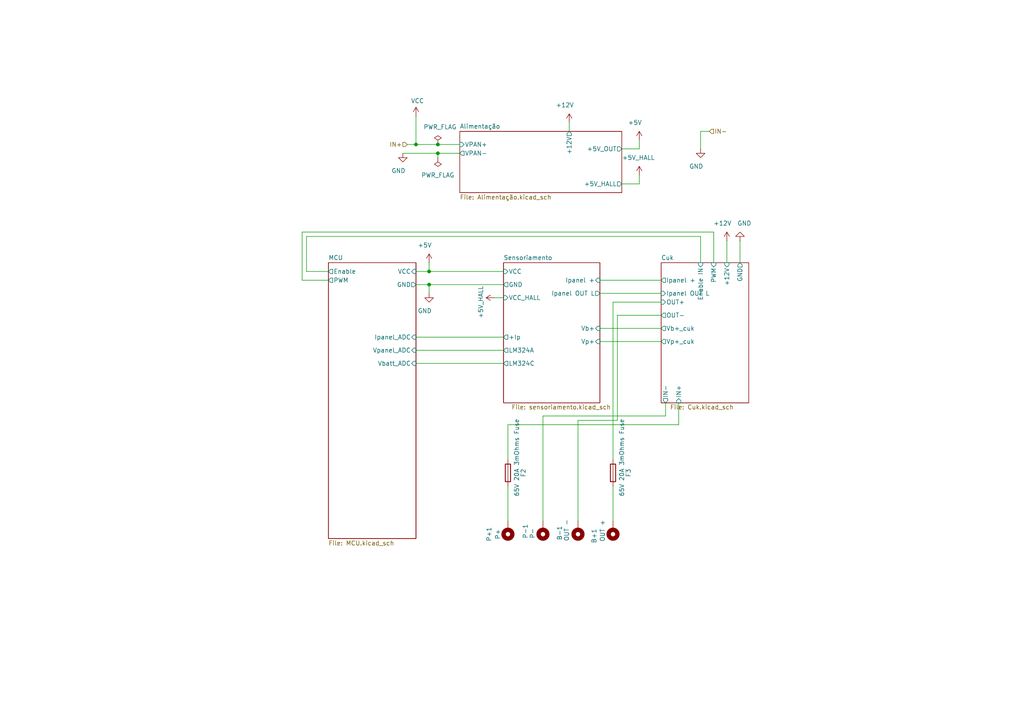
<source format=kicad_sch>
(kicad_sch
	(version 20231120)
	(generator "eeschema")
	(generator_version "8.0")
	(uuid "51908e9a-fb45-4064-91b4-ad008e3463b9")
	(paper "A4")
	(lib_symbols
		(symbol "Device:Fuse"
			(pin_numbers hide)
			(pin_names
				(offset 0)
			)
			(exclude_from_sim no)
			(in_bom yes)
			(on_board yes)
			(property "Reference" "F"
				(at 2.032 0 90)
				(effects
					(font
						(size 1.27 1.27)
					)
				)
			)
			(property "Value" "Fuse"
				(at -1.905 0 90)
				(effects
					(font
						(size 1.27 1.27)
					)
				)
			)
			(property "Footprint" ""
				(at -1.778 0 90)
				(effects
					(font
						(size 1.27 1.27)
					)
					(hide yes)
				)
			)
			(property "Datasheet" "~"
				(at 0 0 0)
				(effects
					(font
						(size 1.27 1.27)
					)
					(hide yes)
				)
			)
			(property "Description" "Fuse"
				(at 0 0 0)
				(effects
					(font
						(size 1.27 1.27)
					)
					(hide yes)
				)
			)
			(property "ki_keywords" "fuse"
				(at 0 0 0)
				(effects
					(font
						(size 1.27 1.27)
					)
					(hide yes)
				)
			)
			(property "ki_fp_filters" "*Fuse*"
				(at 0 0 0)
				(effects
					(font
						(size 1.27 1.27)
					)
					(hide yes)
				)
			)
			(symbol "Fuse_0_1"
				(rectangle
					(start -0.762 -2.54)
					(end 0.762 2.54)
					(stroke
						(width 0.254)
						(type default)
					)
					(fill
						(type none)
					)
				)
				(polyline
					(pts
						(xy 0 2.54) (xy 0 -2.54)
					)
					(stroke
						(width 0)
						(type default)
					)
					(fill
						(type none)
					)
				)
			)
			(symbol "Fuse_1_1"
				(pin passive line
					(at 0 3.81 270)
					(length 1.27)
					(name "~"
						(effects
							(font
								(size 1.27 1.27)
							)
						)
					)
					(number "1"
						(effects
							(font
								(size 1.27 1.27)
							)
						)
					)
				)
				(pin passive line
					(at 0 -3.81 90)
					(length 1.27)
					(name "~"
						(effects
							(font
								(size 1.27 1.27)
							)
						)
					)
					(number "2"
						(effects
							(font
								(size 1.27 1.27)
							)
						)
					)
				)
			)
		)
		(symbol "Mechanical:MountingHole_Pad"
			(pin_numbers hide)
			(pin_names
				(offset 1.016) hide)
			(exclude_from_sim no)
			(in_bom yes)
			(on_board yes)
			(property "Reference" "H"
				(at 0 6.35 0)
				(effects
					(font
						(size 1.27 1.27)
					)
				)
			)
			(property "Value" "MountingHole_Pad"
				(at 0 4.445 0)
				(effects
					(font
						(size 1.27 1.27)
					)
				)
			)
			(property "Footprint" ""
				(at 0 0 0)
				(effects
					(font
						(size 1.27 1.27)
					)
					(hide yes)
				)
			)
			(property "Datasheet" "~"
				(at 0 0 0)
				(effects
					(font
						(size 1.27 1.27)
					)
					(hide yes)
				)
			)
			(property "Description" "Mounting Hole with connection"
				(at 0 0 0)
				(effects
					(font
						(size 1.27 1.27)
					)
					(hide yes)
				)
			)
			(property "ki_keywords" "mounting hole"
				(at 0 0 0)
				(effects
					(font
						(size 1.27 1.27)
					)
					(hide yes)
				)
			)
			(property "ki_fp_filters" "MountingHole*Pad*"
				(at 0 0 0)
				(effects
					(font
						(size 1.27 1.27)
					)
					(hide yes)
				)
			)
			(symbol "MountingHole_Pad_0_1"
				(circle
					(center 0 1.27)
					(radius 1.27)
					(stroke
						(width 1.27)
						(type default)
					)
					(fill
						(type none)
					)
				)
			)
			(symbol "MountingHole_Pad_1_1"
				(pin input line
					(at 0 -2.54 90)
					(length 2.54)
					(name "1"
						(effects
							(font
								(size 1.27 1.27)
							)
						)
					)
					(number "1"
						(effects
							(font
								(size 1.27 1.27)
							)
						)
					)
				)
			)
		)
		(symbol "power:+5V"
			(power)
			(pin_numbers hide)
			(pin_names
				(offset 0) hide)
			(exclude_from_sim no)
			(in_bom yes)
			(on_board yes)
			(property "Reference" "#PWR"
				(at 0 -3.81 0)
				(effects
					(font
						(size 1.27 1.27)
					)
					(hide yes)
				)
			)
			(property "Value" "+5V"
				(at 0 3.556 0)
				(effects
					(font
						(size 1.27 1.27)
					)
				)
			)
			(property "Footprint" ""
				(at 0 0 0)
				(effects
					(font
						(size 1.27 1.27)
					)
					(hide yes)
				)
			)
			(property "Datasheet" ""
				(at 0 0 0)
				(effects
					(font
						(size 1.27 1.27)
					)
					(hide yes)
				)
			)
			(property "Description" "Power symbol creates a global label with name \"+5V\""
				(at 0 0 0)
				(effects
					(font
						(size 1.27 1.27)
					)
					(hide yes)
				)
			)
			(property "ki_keywords" "global power"
				(at 0 0 0)
				(effects
					(font
						(size 1.27 1.27)
					)
					(hide yes)
				)
			)
			(symbol "+5V_0_1"
				(polyline
					(pts
						(xy -0.762 1.27) (xy 0 2.54)
					)
					(stroke
						(width 0)
						(type default)
					)
					(fill
						(type none)
					)
				)
				(polyline
					(pts
						(xy 0 0) (xy 0 2.54)
					)
					(stroke
						(width 0)
						(type default)
					)
					(fill
						(type none)
					)
				)
				(polyline
					(pts
						(xy 0 2.54) (xy 0.762 1.27)
					)
					(stroke
						(width 0)
						(type default)
					)
					(fill
						(type none)
					)
				)
			)
			(symbol "+5V_1_1"
				(pin power_in line
					(at 0 0 90)
					(length 0)
					(name "~"
						(effects
							(font
								(size 1.27 1.27)
							)
						)
					)
					(number "1"
						(effects
							(font
								(size 1.27 1.27)
							)
						)
					)
				)
			)
		)
		(symbol "power:GND"
			(power)
			(pin_numbers hide)
			(pin_names
				(offset 0) hide)
			(exclude_from_sim no)
			(in_bom yes)
			(on_board yes)
			(property "Reference" "#PWR"
				(at 0 -6.35 0)
				(effects
					(font
						(size 1.27 1.27)
					)
					(hide yes)
				)
			)
			(property "Value" "GND"
				(at 0 -3.81 0)
				(effects
					(font
						(size 1.27 1.27)
					)
				)
			)
			(property "Footprint" ""
				(at 0 0 0)
				(effects
					(font
						(size 1.27 1.27)
					)
					(hide yes)
				)
			)
			(property "Datasheet" ""
				(at 0 0 0)
				(effects
					(font
						(size 1.27 1.27)
					)
					(hide yes)
				)
			)
			(property "Description" "Power symbol creates a global label with name \"GND\" , ground"
				(at 0 0 0)
				(effects
					(font
						(size 1.27 1.27)
					)
					(hide yes)
				)
			)
			(property "ki_keywords" "global power"
				(at 0 0 0)
				(effects
					(font
						(size 1.27 1.27)
					)
					(hide yes)
				)
			)
			(symbol "GND_0_1"
				(polyline
					(pts
						(xy 0 0) (xy 0 -1.27) (xy 1.27 -1.27) (xy 0 -2.54) (xy -1.27 -1.27) (xy 0 -1.27)
					)
					(stroke
						(width 0)
						(type default)
					)
					(fill
						(type none)
					)
				)
			)
			(symbol "GND_1_1"
				(pin power_in line
					(at 0 0 270)
					(length 0)
					(name "~"
						(effects
							(font
								(size 1.27 1.27)
							)
						)
					)
					(number "1"
						(effects
							(font
								(size 1.27 1.27)
							)
						)
					)
				)
			)
		)
		(symbol "power:PWR_FLAG"
			(power)
			(pin_numbers hide)
			(pin_names
				(offset 0) hide)
			(exclude_from_sim no)
			(in_bom yes)
			(on_board yes)
			(property "Reference" "#FLG"
				(at 0 1.905 0)
				(effects
					(font
						(size 1.27 1.27)
					)
					(hide yes)
				)
			)
			(property "Value" "PWR_FLAG"
				(at 0 3.81 0)
				(effects
					(font
						(size 1.27 1.27)
					)
				)
			)
			(property "Footprint" ""
				(at 0 0 0)
				(effects
					(font
						(size 1.27 1.27)
					)
					(hide yes)
				)
			)
			(property "Datasheet" "~"
				(at 0 0 0)
				(effects
					(font
						(size 1.27 1.27)
					)
					(hide yes)
				)
			)
			(property "Description" "Special symbol for telling ERC where power comes from"
				(at 0 0 0)
				(effects
					(font
						(size 1.27 1.27)
					)
					(hide yes)
				)
			)
			(property "ki_keywords" "flag power"
				(at 0 0 0)
				(effects
					(font
						(size 1.27 1.27)
					)
					(hide yes)
				)
			)
			(symbol "PWR_FLAG_0_0"
				(pin power_out line
					(at 0 0 90)
					(length 0)
					(name "~"
						(effects
							(font
								(size 1.27 1.27)
							)
						)
					)
					(number "1"
						(effects
							(font
								(size 1.27 1.27)
							)
						)
					)
				)
			)
			(symbol "PWR_FLAG_0_1"
				(polyline
					(pts
						(xy 0 0) (xy 0 1.27) (xy -1.016 1.905) (xy 0 2.54) (xy 1.016 1.905) (xy 0 1.27)
					)
					(stroke
						(width 0)
						(type default)
					)
					(fill
						(type none)
					)
				)
			)
		)
		(symbol "power:VCC"
			(power)
			(pin_numbers hide)
			(pin_names
				(offset 0) hide)
			(exclude_from_sim no)
			(in_bom yes)
			(on_board yes)
			(property "Reference" "#PWR"
				(at 0 -3.81 0)
				(effects
					(font
						(size 1.27 1.27)
					)
					(hide yes)
				)
			)
			(property "Value" "VCC"
				(at 0 3.556 0)
				(effects
					(font
						(size 1.27 1.27)
					)
				)
			)
			(property "Footprint" ""
				(at 0 0 0)
				(effects
					(font
						(size 1.27 1.27)
					)
					(hide yes)
				)
			)
			(property "Datasheet" ""
				(at 0 0 0)
				(effects
					(font
						(size 1.27 1.27)
					)
					(hide yes)
				)
			)
			(property "Description" "Power symbol creates a global label with name \"VCC\""
				(at 0 0 0)
				(effects
					(font
						(size 1.27 1.27)
					)
					(hide yes)
				)
			)
			(property "ki_keywords" "global power"
				(at 0 0 0)
				(effects
					(font
						(size 1.27 1.27)
					)
					(hide yes)
				)
			)
			(symbol "VCC_0_1"
				(polyline
					(pts
						(xy -0.762 1.27) (xy 0 2.54)
					)
					(stroke
						(width 0)
						(type default)
					)
					(fill
						(type none)
					)
				)
				(polyline
					(pts
						(xy 0 0) (xy 0 2.54)
					)
					(stroke
						(width 0)
						(type default)
					)
					(fill
						(type none)
					)
				)
				(polyline
					(pts
						(xy 0 2.54) (xy 0.762 1.27)
					)
					(stroke
						(width 0)
						(type default)
					)
					(fill
						(type none)
					)
				)
			)
			(symbol "VCC_1_1"
				(pin power_in line
					(at 0 0 90)
					(length 0)
					(name "~"
						(effects
							(font
								(size 1.27 1.27)
							)
						)
					)
					(number "1"
						(effects
							(font
								(size 1.27 1.27)
							)
						)
					)
				)
			)
		)
	)
	(junction
		(at 124.46 78.74)
		(diameter 0)
		(color 0 0 0 0)
		(uuid "12cacca0-fb6a-475d-acce-82810cd9d92d")
	)
	(junction
		(at 120.65 41.91)
		(diameter 0)
		(color 0 0 0 0)
		(uuid "3d72ea05-59f0-4ed1-954e-aca5054ebb94")
	)
	(junction
		(at 124.46 82.55)
		(diameter 0)
		(color 0 0 0 0)
		(uuid "4527c733-cbf4-46a1-a1ba-817e49f91862")
	)
	(junction
		(at 127 44.45)
		(diameter 0)
		(color 0 0 0 0)
		(uuid "b9542a6e-54d1-4809-8514-7a3ad5903dbd")
	)
	(junction
		(at 127 41.91)
		(diameter 0)
		(color 0 0 0 0)
		(uuid "df29660a-5ff7-4856-8757-0a6c858f3cc7")
	)
	(wire
		(pts
			(xy 157.48 120.65) (xy 193.04 120.65)
		)
		(stroke
			(width 0)
			(type default)
		)
		(uuid "058a67bb-440e-4a4f-8663-5a5ad0530286")
	)
	(wire
		(pts
			(xy 185.42 43.18) (xy 185.42 40.64)
		)
		(stroke
			(width 0)
			(type default)
		)
		(uuid "08bb91a7-8b9c-4f87-b7e0-2734e89bf758")
	)
	(wire
		(pts
			(xy 127 45.72) (xy 127 44.45)
		)
		(stroke
			(width 0)
			(type default)
		)
		(uuid "0b961f13-da27-4333-93fe-e31f11aa65dd")
	)
	(wire
		(pts
			(xy 167.64 121.92) (xy 167.64 151.13)
		)
		(stroke
			(width 0)
			(type default)
		)
		(uuid "15d2fe43-0c84-4400-8728-3924780b5199")
	)
	(wire
		(pts
			(xy 177.8 133.35) (xy 177.8 87.63)
		)
		(stroke
			(width 0)
			(type default)
		)
		(uuid "17a8efaa-1c4a-4849-92d3-70d7240229d9")
	)
	(wire
		(pts
			(xy 127 41.91) (xy 133.35 41.91)
		)
		(stroke
			(width 0)
			(type default)
		)
		(uuid "237f4c40-be98-486f-a7e1-381e9bc04f9f")
	)
	(wire
		(pts
			(xy 120.65 33.655) (xy 120.65 41.91)
		)
		(stroke
			(width 0)
			(type default)
		)
		(uuid "3250793b-2715-4518-9923-2651b3bfeb63")
	)
	(wire
		(pts
			(xy 127 41.91) (xy 120.65 41.91)
		)
		(stroke
			(width 0)
			(type default)
		)
		(uuid "35e1037d-fb20-4de1-a279-953c106bb7e7")
	)
	(wire
		(pts
			(xy 127 44.45) (xy 133.35 44.45)
		)
		(stroke
			(width 0)
			(type default)
		)
		(uuid "3bce9f3e-0d5b-4119-bad7-59956db1e404")
	)
	(wire
		(pts
			(xy 165.1 35.56) (xy 165.1 38.1)
		)
		(stroke
			(width 0)
			(type default)
		)
		(uuid "46f010b2-c8e0-4177-b8ce-c3a2db40c1d0")
	)
	(wire
		(pts
			(xy 157.48 151.13) (xy 157.48 120.65)
		)
		(stroke
			(width 0)
			(type default)
		)
		(uuid "4b884d2c-48ca-4bb6-bdf5-768ab3bee4a5")
	)
	(wire
		(pts
			(xy 196.85 123.19) (xy 196.85 116.84)
		)
		(stroke
			(width 0)
			(type default)
		)
		(uuid "582294d9-6fbc-4941-947e-d1562b2ef7ca")
	)
	(wire
		(pts
			(xy 173.99 99.06) (xy 191.77 99.06)
		)
		(stroke
			(width 0)
			(type default)
		)
		(uuid "58ff963c-4658-4c66-8169-1c4e930663a4")
	)
	(wire
		(pts
			(xy 120.65 97.79) (xy 146.05 97.79)
		)
		(stroke
			(width 0)
			(type default)
		)
		(uuid "605dfefa-2454-48af-b9ca-f953c5352f40")
	)
	(wire
		(pts
			(xy 87.63 81.28) (xy 95.25 81.28)
		)
		(stroke
			(width 0)
			(type default)
		)
		(uuid "644c1615-8e32-4c32-b224-2b24e4f99c98")
	)
	(wire
		(pts
			(xy 120.65 101.6) (xy 146.05 101.6)
		)
		(stroke
			(width 0)
			(type default)
		)
		(uuid "6a950a58-bfe3-4815-84f1-7952156c90ba")
	)
	(wire
		(pts
			(xy 124.46 82.55) (xy 124.46 85.09)
		)
		(stroke
			(width 0)
			(type default)
		)
		(uuid "6d3d3bc9-0f41-4963-b232-4194de4871bb")
	)
	(wire
		(pts
			(xy 180.34 53.34) (xy 185.42 53.34)
		)
		(stroke
			(width 0)
			(type default)
		)
		(uuid "6d578516-4b4d-49e4-bb5e-0324ce2392be")
	)
	(wire
		(pts
			(xy 193.04 120.65) (xy 193.04 116.84)
		)
		(stroke
			(width 0)
			(type default)
		)
		(uuid "72552b30-c25e-4314-8bc2-b2cc7b7d6421")
	)
	(wire
		(pts
			(xy 120.65 78.74) (xy 124.46 78.74)
		)
		(stroke
			(width 0)
			(type default)
		)
		(uuid "74d49f05-6e40-489b-bfef-c8a288130c9a")
	)
	(wire
		(pts
			(xy 207.01 76.2) (xy 207.01 67.31)
		)
		(stroke
			(width 0)
			(type default)
		)
		(uuid "799bf3e3-4256-4fb7-bace-3fffc1de743d")
	)
	(wire
		(pts
			(xy 179.07 121.92) (xy 167.64 121.92)
		)
		(stroke
			(width 0)
			(type default)
		)
		(uuid "7f279552-ab91-4ceb-a6af-ad7126181058")
	)
	(wire
		(pts
			(xy 191.77 91.44) (xy 179.07 91.44)
		)
		(stroke
			(width 0)
			(type default)
		)
		(uuid "805783be-0a7f-41c7-90ac-25251ad6b4dd")
	)
	(wire
		(pts
			(xy 124.46 78.74) (xy 146.05 78.74)
		)
		(stroke
			(width 0)
			(type default)
		)
		(uuid "81b9c512-492f-490b-b902-76706a92e9b7")
	)
	(wire
		(pts
			(xy 88.9 78.74) (xy 88.9 68.58)
		)
		(stroke
			(width 0)
			(type default)
		)
		(uuid "88fac656-b427-4b91-b8ff-9397f94e54f6")
	)
	(wire
		(pts
			(xy 179.07 91.44) (xy 179.07 121.92)
		)
		(stroke
			(width 0)
			(type default)
		)
		(uuid "89b399d3-1d7f-4c25-bc55-c3544f361ae3")
	)
	(wire
		(pts
			(xy 88.9 68.58) (xy 203.2 68.58)
		)
		(stroke
			(width 0)
			(type default)
		)
		(uuid "8b9db42d-5689-4dd0-a094-5ffb1d5e4ff4")
	)
	(wire
		(pts
			(xy 95.25 78.74) (xy 88.9 78.74)
		)
		(stroke
			(width 0)
			(type default)
		)
		(uuid "8cd09dec-b848-4c4a-a766-09eade01a8e9")
	)
	(wire
		(pts
			(xy 185.42 50.8) (xy 185.42 53.34)
		)
		(stroke
			(width 0)
			(type default)
		)
		(uuid "8dd9c8f2-f7ab-4bc8-b135-77028958bc04")
	)
	(wire
		(pts
			(xy 214.63 69.85) (xy 214.63 76.2)
		)
		(stroke
			(width 0)
			(type default)
		)
		(uuid "8f349dcd-7754-4046-b936-44b5095ab30c")
	)
	(wire
		(pts
			(xy 143.51 86.36) (xy 146.05 86.36)
		)
		(stroke
			(width 0)
			(type default)
		)
		(uuid "913bf5c9-f035-47de-a74e-433f931c0c3c")
	)
	(wire
		(pts
			(xy 203.2 38.1) (xy 203.2 43.18)
		)
		(stroke
			(width 0)
			(type default)
		)
		(uuid "936d5228-6f63-4726-8493-dc0edf994366")
	)
	(wire
		(pts
			(xy 87.63 67.31) (xy 87.63 81.28)
		)
		(stroke
			(width 0)
			(type default)
		)
		(uuid "9995ca61-7142-4f57-a6ac-07ceaf7fa921")
	)
	(wire
		(pts
			(xy 203.2 38.1) (xy 205.74 38.1)
		)
		(stroke
			(width 0)
			(type default)
		)
		(uuid "a040749b-2db2-4614-934d-355d8bcab78b")
	)
	(wire
		(pts
			(xy 147.32 123.19) (xy 196.85 123.19)
		)
		(stroke
			(width 0)
			(type default)
		)
		(uuid "aa523ac4-2f51-49c0-ab90-8a368f1c396b")
	)
	(wire
		(pts
			(xy 120.65 82.55) (xy 124.46 82.55)
		)
		(stroke
			(width 0)
			(type default)
		)
		(uuid "ad528064-534b-4113-bf2c-3fcfaeeafe5f")
	)
	(wire
		(pts
			(xy 203.2 68.58) (xy 203.2 76.2)
		)
		(stroke
			(width 0)
			(type default)
		)
		(uuid "aeb4f005-1ed1-4604-be99-c436fae42518")
	)
	(wire
		(pts
			(xy 207.01 67.31) (xy 87.63 67.31)
		)
		(stroke
			(width 0)
			(type default)
		)
		(uuid "b0d53183-1cb4-4c77-ab23-23fe7d6504fa")
	)
	(wire
		(pts
			(xy 124.46 76.2) (xy 124.46 78.74)
		)
		(stroke
			(width 0)
			(type default)
		)
		(uuid "beb60c4c-8b06-467b-8f09-af1e0b572e5d")
	)
	(wire
		(pts
			(xy 173.99 81.28) (xy 191.77 81.28)
		)
		(stroke
			(width 0)
			(type default)
		)
		(uuid "c53233c0-3654-456a-9445-f7ee54dec70b")
	)
	(wire
		(pts
			(xy 173.99 95.25) (xy 191.77 95.25)
		)
		(stroke
			(width 0)
			(type default)
		)
		(uuid "c5e83eed-e51a-422e-808b-79a4e5d8f16e")
	)
	(wire
		(pts
			(xy 177.8 151.13) (xy 177.8 140.97)
		)
		(stroke
			(width 0)
			(type default)
		)
		(uuid "d3f52a57-d1f4-44c0-9c4f-73e559855185")
	)
	(wire
		(pts
			(xy 180.34 43.18) (xy 185.42 43.18)
		)
		(stroke
			(width 0)
			(type default)
		)
		(uuid "d625c53a-619c-4c04-a91a-dc85a29d36c9")
	)
	(wire
		(pts
			(xy 177.8 87.63) (xy 191.77 87.63)
		)
		(stroke
			(width 0)
			(type default)
		)
		(uuid "db43d0e4-b779-4437-8b76-e7bc795a7b65")
	)
	(wire
		(pts
			(xy 147.32 151.13) (xy 147.32 140.97)
		)
		(stroke
			(width 0)
			(type default)
		)
		(uuid "dd3f354c-a108-4321-98e1-8e10c257a525")
	)
	(wire
		(pts
			(xy 116.84 44.45) (xy 127 44.45)
		)
		(stroke
			(width 0)
			(type default)
		)
		(uuid "dee71018-3025-4d75-bca6-e91a3ebd6cf3")
	)
	(wire
		(pts
			(xy 118.11 41.91) (xy 120.65 41.91)
		)
		(stroke
			(width 0)
			(type default)
		)
		(uuid "dfc9d9f4-e042-4b5b-aaff-94f59291a914")
	)
	(wire
		(pts
			(xy 210.82 69.85) (xy 210.82 76.2)
		)
		(stroke
			(width 0)
			(type default)
		)
		(uuid "e2aca449-81bf-4d44-b225-1982cf5a103c")
	)
	(wire
		(pts
			(xy 124.46 82.55) (xy 146.05 82.55)
		)
		(stroke
			(width 0)
			(type default)
		)
		(uuid "e6400b91-1f64-47db-9334-14e3c74ac0f7")
	)
	(wire
		(pts
			(xy 120.65 105.41) (xy 146.05 105.41)
		)
		(stroke
			(width 0)
			(type default)
		)
		(uuid "e89b48d4-59f2-473c-a1bf-87b620070932")
	)
	(wire
		(pts
			(xy 173.99 85.09) (xy 191.77 85.09)
		)
		(stroke
			(width 0)
			(type default)
		)
		(uuid "ee942bbf-0360-4529-bb0d-d2b190fede36")
	)
	(wire
		(pts
			(xy 147.32 133.35) (xy 147.32 123.19)
		)
		(stroke
			(width 0)
			(type default)
		)
		(uuid "fc91705e-5b7b-4b99-a73b-b8fb0b5946bb")
	)
	(hierarchical_label "IN+"
		(shape input)
		(at 118.11 41.91 180)
		(fields_autoplaced yes)
		(effects
			(font
				(size 1.27 1.27)
			)
			(justify right)
		)
		(uuid "97e7ce55-5837-46f8-8ec0-82dc0f73a616")
	)
	(hierarchical_label "IN-"
		(shape input)
		(at 205.74 38.1 0)
		(fields_autoplaced yes)
		(effects
			(font
				(size 1.27 1.27)
			)
			(justify left)
		)
		(uuid "a26605cc-607a-42c0-8886-b1dad79686e9")
	)
	(symbol
		(lib_id "Mechanical:MountingHole_Pad")
		(at 157.48 153.67 180)
		(unit 1)
		(exclude_from_sim no)
		(in_bom yes)
		(on_board yes)
		(dnp no)
		(uuid "0b9713f0-7bfc-4f25-8884-c3d5ee9ac563")
		(property "Reference" "P-1"
			(at 152.4 156.21 90)
			(effects
				(font
					(size 1.27 1.27)
				)
				(justify right)
			)
		)
		(property "Value" "P-"
			(at 154.432 156.21 90)
			(effects
				(font
					(size 1.27 1.27)
				)
				(justify right)
			)
		)
		(property "Footprint" "BIBLIOTECA:FURO_PAN_BAT"
			(at 157.48 153.67 0)
			(effects
				(font
					(size 1.27 1.27)
				)
				(hide yes)
			)
		)
		(property "Datasheet" "~"
			(at 157.48 153.67 0)
			(effects
				(font
					(size 1.27 1.27)
				)
				(hide yes)
			)
		)
		(property "Description" ""
			(at 157.48 153.67 0)
			(effects
				(font
					(size 1.27 1.27)
				)
				(hide yes)
			)
		)
		(pin "1"
			(uuid "c4b50725-754f-4bd6-908e-ced1f2ff4a06")
		)
		(instances
			(project "MPPT 2024"
				(path "/51908e9a-fb45-4064-91b4-ad008e3463b9"
					(reference "P-1")
					(unit 1)
				)
			)
		)
	)
	(symbol
		(lib_id "power:GND")
		(at 124.46 85.09 0)
		(mirror y)
		(unit 1)
		(exclude_from_sim no)
		(in_bom yes)
		(on_board yes)
		(dnp no)
		(uuid "0ee65015-8d1e-4968-b7cf-f911083438fe")
		(property "Reference" "#PWR017"
			(at 124.46 91.44 0)
			(effects
				(font
					(size 1.27 1.27)
				)
				(hide yes)
			)
		)
		(property "Value" "GND"
			(at 123.19 90.17 0)
			(effects
				(font
					(size 1.27 1.27)
				)
			)
		)
		(property "Footprint" ""
			(at 124.46 85.09 0)
			(effects
				(font
					(size 1.27 1.27)
				)
				(hide yes)
			)
		)
		(property "Datasheet" ""
			(at 124.46 85.09 0)
			(effects
				(font
					(size 1.27 1.27)
				)
				(hide yes)
			)
		)
		(property "Description" ""
			(at 124.46 85.09 0)
			(effects
				(font
					(size 1.27 1.27)
				)
				(hide yes)
			)
		)
		(pin "1"
			(uuid "50b9afad-cf1e-4731-a9a5-81609088be15")
		)
		(instances
			(project "MPPT 2024"
				(path "/51908e9a-fb45-4064-91b4-ad008e3463b9"
					(reference "#PWR017")
					(unit 1)
				)
			)
		)
	)
	(symbol
		(lib_id "Device:Fuse")
		(at 177.8 137.16 0)
		(mirror y)
		(unit 1)
		(exclude_from_sim no)
		(in_bom yes)
		(on_board yes)
		(dnp no)
		(uuid "14c8aa78-b06c-4835-bc2f-c4e7e28f7b70")
		(property "Reference" "F3"
			(at 182.2618 137.16 90)
			(effects
				(font
					(size 1.27 1.27)
				)
			)
		)
		(property "Value" "65V 20A 3mOhms Fuse"
			(at 180.34 132.715 90)
			(effects
				(font
					(size 1.27 1.27)
				)
			)
		)
		(property "Footprint" "BIBLIOTECA:FUSE_6125"
			(at 179.578 137.16 90)
			(effects
				(font
					(size 1.27 1.27)
				)
				(hide yes)
			)
		)
		(property "Datasheet" "https://lcsc.com/product-detail/Fuses_SART-Nanjing-Sart-Tech-S6125-F-20-0A_C553949.html"
			(at 177.8 137.16 0)
			(effects
				(font
					(size 1.27 1.27)
				)
				(hide yes)
			)
		)
		(property "Description" ""
			(at 177.8 137.16 0)
			(effects
				(font
					(size 1.27 1.27)
				)
				(hide yes)
			)
		)
		(pin "1"
			(uuid "211b3ddb-a449-4eb5-9e0a-5db223192bf7")
		)
		(pin "2"
			(uuid "2a0d843f-0081-438d-b07c-6f51ab5efb9c")
		)
		(instances
			(project "MPPT 2024"
				(path "/51908e9a-fb45-4064-91b4-ad008e3463b9"
					(reference "F3")
					(unit 1)
				)
			)
		)
	)
	(symbol
		(lib_id "Device:Fuse")
		(at 147.32 137.16 0)
		(mirror y)
		(unit 1)
		(exclude_from_sim no)
		(in_bom yes)
		(on_board yes)
		(dnp no)
		(uuid "38bd89b7-97fd-4acc-8eaf-0829511ae1ce")
		(property "Reference" "F2"
			(at 151.7818 137.16 90)
			(effects
				(font
					(size 1.27 1.27)
				)
			)
		)
		(property "Value" "65V 20A 3mOhms Fuse"
			(at 149.86 132.715 90)
			(effects
				(font
					(size 1.27 1.27)
				)
			)
		)
		(property "Footprint" "BIBLIOTECA:FUSE_6125"
			(at 149.098 137.16 90)
			(effects
				(font
					(size 1.27 1.27)
				)
				(hide yes)
			)
		)
		(property "Datasheet" "https://lcsc.com/product-detail/Fuses_SART-Nanjing-Sart-Tech-S6125-F-20-0A_C553949.html"
			(at 147.32 137.16 0)
			(effects
				(font
					(size 1.27 1.27)
				)
				(hide yes)
			)
		)
		(property "Description" ""
			(at 147.32 137.16 0)
			(effects
				(font
					(size 1.27 1.27)
				)
				(hide yes)
			)
		)
		(pin "1"
			(uuid "670f6235-e6aa-45e3-90bb-fdb33c73232f")
		)
		(pin "2"
			(uuid "f369457c-1f52-4997-a488-6d6257bf97e8")
		)
		(instances
			(project "MPPT 2024"
				(path "/51908e9a-fb45-4064-91b4-ad008e3463b9"
					(reference "F2")
					(unit 1)
				)
			)
		)
	)
	(symbol
		(lib_id "power:PWR_FLAG")
		(at 127 41.91 0)
		(unit 1)
		(exclude_from_sim no)
		(in_bom yes)
		(on_board yes)
		(dnp no)
		(uuid "3e17f8d2-3732-4a96-8697-32e540be4e8b")
		(property "Reference" "#FLG02"
			(at 127 40.005 0)
			(effects
				(font
					(size 1.27 1.27)
				)
				(hide yes)
			)
		)
		(property "Value" "PWR_FLAG"
			(at 127.635 36.83 0)
			(effects
				(font
					(size 1.27 1.27)
				)
			)
		)
		(property "Footprint" ""
			(at 127 41.91 0)
			(effects
				(font
					(size 1.27 1.27)
				)
				(hide yes)
			)
		)
		(property "Datasheet" "~"
			(at 127 41.91 0)
			(effects
				(font
					(size 1.27 1.27)
				)
				(hide yes)
			)
		)
		(property "Description" ""
			(at 127 41.91 0)
			(effects
				(font
					(size 1.27 1.27)
				)
				(hide yes)
			)
		)
		(pin "1"
			(uuid "5796a896-e164-4314-86fb-f9cda635cbe1")
		)
		(instances
			(project "MPPT 2024"
				(path "/51908e9a-fb45-4064-91b4-ad008e3463b9"
					(reference "#FLG02")
					(unit 1)
				)
			)
		)
	)
	(symbol
		(lib_id "power:VCC")
		(at 120.65 33.655 0)
		(unit 1)
		(exclude_from_sim no)
		(in_bom yes)
		(on_board yes)
		(dnp no)
		(uuid "4dcdd7af-dc7b-4306-a862-49c682fb3857")
		(property "Reference" "#PWR05"
			(at 120.65 37.465 0)
			(effects
				(font
					(size 1.27 1.27)
				)
				(hide yes)
			)
		)
		(property "Value" "VCC"
			(at 121.0818 29.2608 0)
			(effects
				(font
					(size 1.27 1.27)
				)
			)
		)
		(property "Footprint" ""
			(at 120.65 33.655 0)
			(effects
				(font
					(size 1.27 1.27)
				)
				(hide yes)
			)
		)
		(property "Datasheet" ""
			(at 120.65 33.655 0)
			(effects
				(font
					(size 1.27 1.27)
				)
				(hide yes)
			)
		)
		(property "Description" ""
			(at 120.65 33.655 0)
			(effects
				(font
					(size 1.27 1.27)
				)
				(hide yes)
			)
		)
		(pin "1"
			(uuid "d1c145df-1817-40a4-a034-b6f8e61e9836")
		)
		(instances
			(project "MPPT 2024"
				(path "/51908e9a-fb45-4064-91b4-ad008e3463b9"
					(reference "#PWR05")
					(unit 1)
				)
			)
		)
	)
	(symbol
		(lib_id "power:+5V")
		(at 165.1 35.56 0)
		(mirror y)
		(unit 1)
		(exclude_from_sim no)
		(in_bom yes)
		(on_board yes)
		(dnp no)
		(uuid "6d227a94-dd8b-4724-817a-59bdcdd7f8c6")
		(property "Reference" "#PWR023"
			(at 165.1 39.37 0)
			(effects
				(font
					(size 1.27 1.27)
				)
				(hide yes)
			)
		)
		(property "Value" "+12V"
			(at 163.83 30.48 0)
			(effects
				(font
					(size 1.27 1.27)
				)
			)
		)
		(property "Footprint" ""
			(at 165.1 35.56 0)
			(effects
				(font
					(size 1.27 1.27)
				)
				(hide yes)
			)
		)
		(property "Datasheet" ""
			(at 165.1 35.56 0)
			(effects
				(font
					(size 1.27 1.27)
				)
				(hide yes)
			)
		)
		(property "Description" ""
			(at 165.1 35.56 0)
			(effects
				(font
					(size 1.27 1.27)
				)
				(hide yes)
			)
		)
		(pin "1"
			(uuid "feb0b3ce-42d8-479e-8dee-1bf9359dc216")
		)
		(instances
			(project "MPPT 2024"
				(path "/51908e9a-fb45-4064-91b4-ad008e3463b9"
					(reference "#PWR023")
					(unit 1)
				)
			)
		)
	)
	(symbol
		(lib_id "power:+5V")
		(at 210.82 69.85 0)
		(mirror y)
		(unit 1)
		(exclude_from_sim no)
		(in_bom yes)
		(on_board yes)
		(dnp no)
		(uuid "7c8719b5-94cb-4bf0-af8d-2f941c89c458")
		(property "Reference" "#PWR031"
			(at 210.82 73.66 0)
			(effects
				(font
					(size 1.27 1.27)
				)
				(hide yes)
			)
		)
		(property "Value" "+12V"
			(at 209.55 64.77 0)
			(effects
				(font
					(size 1.27 1.27)
				)
			)
		)
		(property "Footprint" ""
			(at 210.82 69.85 0)
			(effects
				(font
					(size 1.27 1.27)
				)
				(hide yes)
			)
		)
		(property "Datasheet" ""
			(at 210.82 69.85 0)
			(effects
				(font
					(size 1.27 1.27)
				)
				(hide yes)
			)
		)
		(property "Description" ""
			(at 210.82 69.85 0)
			(effects
				(font
					(size 1.27 1.27)
				)
				(hide yes)
			)
		)
		(pin "1"
			(uuid "e9f106d1-fcb4-4789-8402-c9626d26ac6e")
		)
		(instances
			(project "MPPT 2024"
				(path "/51908e9a-fb45-4064-91b4-ad008e3463b9"
					(reference "#PWR031")
					(unit 1)
				)
			)
		)
	)
	(symbol
		(lib_id "power:GND")
		(at 203.2 43.18 0)
		(mirror y)
		(unit 1)
		(exclude_from_sim no)
		(in_bom yes)
		(on_board yes)
		(dnp no)
		(uuid "9c6475fe-cbe4-432c-bfa4-3685842a679b")
		(property "Reference" "#PWR01"
			(at 203.2 49.53 0)
			(effects
				(font
					(size 1.27 1.27)
				)
				(hide yes)
			)
		)
		(property "Value" "GND"
			(at 201.93 48.26 0)
			(effects
				(font
					(size 1.27 1.27)
				)
			)
		)
		(property "Footprint" ""
			(at 203.2 43.18 0)
			(effects
				(font
					(size 1.27 1.27)
				)
				(hide yes)
			)
		)
		(property "Datasheet" ""
			(at 203.2 43.18 0)
			(effects
				(font
					(size 1.27 1.27)
				)
				(hide yes)
			)
		)
		(property "Description" ""
			(at 203.2 43.18 0)
			(effects
				(font
					(size 1.27 1.27)
				)
				(hide yes)
			)
		)
		(pin "1"
			(uuid "ad4e8be1-91b0-4b01-b1f6-3c8e32ee09b1")
		)
		(instances
			(project "MPPT 2024"
				(path "/51908e9a-fb45-4064-91b4-ad008e3463b9"
					(reference "#PWR01")
					(unit 1)
				)
			)
		)
	)
	(symbol
		(lib_id "power:+5V")
		(at 124.46 76.2 0)
		(mirror y)
		(unit 1)
		(exclude_from_sim no)
		(in_bom yes)
		(on_board yes)
		(dnp no)
		(uuid "b7c8ebf6-f9c9-4624-aa13-9080cb1d8e3a")
		(property "Reference" "#PWR018"
			(at 124.46 80.01 0)
			(effects
				(font
					(size 1.27 1.27)
				)
				(hide yes)
			)
		)
		(property "Value" "+5V"
			(at 123.19 71.12 0)
			(effects
				(font
					(size 1.27 1.27)
				)
			)
		)
		(property "Footprint" ""
			(at 124.46 76.2 0)
			(effects
				(font
					(size 1.27 1.27)
				)
				(hide yes)
			)
		)
		(property "Datasheet" ""
			(at 124.46 76.2 0)
			(effects
				(font
					(size 1.27 1.27)
				)
				(hide yes)
			)
		)
		(property "Description" ""
			(at 124.46 76.2 0)
			(effects
				(font
					(size 1.27 1.27)
				)
				(hide yes)
			)
		)
		(pin "1"
			(uuid "604f2674-ab5e-420d-a48f-2db0efac1922")
		)
		(instances
			(project "MPPT 2024"
				(path "/51908e9a-fb45-4064-91b4-ad008e3463b9"
					(reference "#PWR018")
					(unit 1)
				)
			)
		)
	)
	(symbol
		(lib_id "power:GND")
		(at 116.84 44.45 0)
		(mirror y)
		(unit 1)
		(exclude_from_sim no)
		(in_bom yes)
		(on_board yes)
		(dnp no)
		(uuid "bae7c614-ad75-4435-a59d-1a6c696b8eb7")
		(property "Reference" "#PWR02"
			(at 116.84 50.8 0)
			(effects
				(font
					(size 1.27 1.27)
				)
				(hide yes)
			)
		)
		(property "Value" "GND"
			(at 115.57 49.53 0)
			(effects
				(font
					(size 1.27 1.27)
				)
			)
		)
		(property "Footprint" ""
			(at 116.84 44.45 0)
			(effects
				(font
					(size 1.27 1.27)
				)
				(hide yes)
			)
		)
		(property "Datasheet" ""
			(at 116.84 44.45 0)
			(effects
				(font
					(size 1.27 1.27)
				)
				(hide yes)
			)
		)
		(property "Description" ""
			(at 116.84 44.45 0)
			(effects
				(font
					(size 1.27 1.27)
				)
				(hide yes)
			)
		)
		(pin "1"
			(uuid "057ffae2-cf0d-4834-a213-853f87e64357")
		)
		(instances
			(project "MPPT 2024"
				(path "/51908e9a-fb45-4064-91b4-ad008e3463b9"
					(reference "#PWR02")
					(unit 1)
				)
			)
		)
	)
	(symbol
		(lib_id "power:PWR_FLAG")
		(at 127 45.72 180)
		(unit 1)
		(exclude_from_sim no)
		(in_bom yes)
		(on_board yes)
		(dnp no)
		(fields_autoplaced yes)
		(uuid "c1502d3d-e17c-464d-8ab3-0875b79b7a4e")
		(property "Reference" "#FLG03"
			(at 127 47.625 0)
			(effects
				(font
					(size 1.27 1.27)
				)
				(hide yes)
			)
		)
		(property "Value" "PWR_FLAG"
			(at 127 50.8 0)
			(effects
				(font
					(size 1.27 1.27)
				)
			)
		)
		(property "Footprint" ""
			(at 127 45.72 0)
			(effects
				(font
					(size 1.27 1.27)
				)
				(hide yes)
			)
		)
		(property "Datasheet" "~"
			(at 127 45.72 0)
			(effects
				(font
					(size 1.27 1.27)
				)
				(hide yes)
			)
		)
		(property "Description" "Special symbol for telling ERC where power comes from"
			(at 127 45.72 0)
			(effects
				(font
					(size 1.27 1.27)
				)
				(hide yes)
			)
		)
		(pin "1"
			(uuid "876c9036-602b-4b7c-9bf9-3cbf26e12f7c")
		)
		(instances
			(project "MPPT 2024"
				(path "/51908e9a-fb45-4064-91b4-ad008e3463b9"
					(reference "#FLG03")
					(unit 1)
				)
			)
		)
	)
	(symbol
		(lib_id "power:GND")
		(at 214.63 69.85 0)
		(mirror x)
		(unit 1)
		(exclude_from_sim no)
		(in_bom yes)
		(on_board yes)
		(dnp no)
		(uuid "d11b5be9-c133-430b-8184-343976040eb1")
		(property "Reference" "#PWR030"
			(at 214.63 63.5 0)
			(effects
				(font
					(size 1.27 1.27)
				)
				(hide yes)
			)
		)
		(property "Value" "GND"
			(at 215.9 64.77 0)
			(effects
				(font
					(size 1.27 1.27)
				)
			)
		)
		(property "Footprint" ""
			(at 214.63 69.85 0)
			(effects
				(font
					(size 1.27 1.27)
				)
				(hide yes)
			)
		)
		(property "Datasheet" ""
			(at 214.63 69.85 0)
			(effects
				(font
					(size 1.27 1.27)
				)
				(hide yes)
			)
		)
		(property "Description" ""
			(at 214.63 69.85 0)
			(effects
				(font
					(size 1.27 1.27)
				)
				(hide yes)
			)
		)
		(pin "1"
			(uuid "3e270813-fbd5-4ddf-8345-8b7152c084fe")
		)
		(instances
			(project "MPPT 2024"
				(path "/51908e9a-fb45-4064-91b4-ad008e3463b9"
					(reference "#PWR030")
					(unit 1)
				)
			)
		)
	)
	(symbol
		(lib_id "power:+5V")
		(at 143.51 86.36 90)
		(mirror x)
		(unit 1)
		(exclude_from_sim no)
		(in_bom yes)
		(on_board yes)
		(dnp no)
		(uuid "d15031ed-60f2-4e3f-a513-863463e3db4d")
		(property "Reference" "#PWR04"
			(at 147.32 86.36 0)
			(effects
				(font
					(size 1.27 1.27)
				)
				(hide yes)
			)
		)
		(property "Value" "+5V_HALL"
			(at 139.446 87.63 0)
			(effects
				(font
					(size 1.27 1.27)
				)
			)
		)
		(property "Footprint" ""
			(at 143.51 86.36 0)
			(effects
				(font
					(size 1.27 1.27)
				)
				(hide yes)
			)
		)
		(property "Datasheet" ""
			(at 143.51 86.36 0)
			(effects
				(font
					(size 1.27 1.27)
				)
				(hide yes)
			)
		)
		(property "Description" ""
			(at 143.51 86.36 0)
			(effects
				(font
					(size 1.27 1.27)
				)
				(hide yes)
			)
		)
		(pin "1"
			(uuid "aa7667fc-5b13-4b7e-854f-2071e0c53439")
		)
		(instances
			(project "MPPT 2024"
				(path "/51908e9a-fb45-4064-91b4-ad008e3463b9"
					(reference "#PWR04")
					(unit 1)
				)
			)
		)
	)
	(symbol
		(lib_id "Mechanical:MountingHole_Pad")
		(at 167.64 153.67 180)
		(unit 1)
		(exclude_from_sim no)
		(in_bom yes)
		(on_board yes)
		(dnp no)
		(uuid "e1ab2f54-833e-40f1-9dc8-1a3efcb15b46")
		(property "Reference" "B-1"
			(at 162.306 156.718 90)
			(effects
				(font
					(size 1.27 1.27)
				)
				(justify right)
			)
		)
		(property "Value" "OUT -"
			(at 164.338 156.972 90)
			(effects
				(font
					(size 1.27 1.27)
				)
				(justify right)
			)
		)
		(property "Footprint" "BIBLIOTECA:FURO_PAN_BAT"
			(at 167.64 153.67 0)
			(effects
				(font
					(size 1.27 1.27)
				)
				(hide yes)
			)
		)
		(property "Datasheet" "~"
			(at 167.64 153.67 0)
			(effects
				(font
					(size 1.27 1.27)
				)
				(hide yes)
			)
		)
		(property "Description" ""
			(at 167.64 153.67 0)
			(effects
				(font
					(size 1.27 1.27)
				)
				(hide yes)
			)
		)
		(pin "1"
			(uuid "fc5f558c-b245-4ff1-9f7f-c1823d5833e0")
		)
		(instances
			(project "MPPT 2024"
				(path "/51908e9a-fb45-4064-91b4-ad008e3463b9"
					(reference "B-1")
					(unit 1)
				)
			)
		)
	)
	(symbol
		(lib_id "Mechanical:MountingHole_Pad")
		(at 147.32 153.67 180)
		(unit 1)
		(exclude_from_sim no)
		(in_bom yes)
		(on_board yes)
		(dnp no)
		(fields_autoplaced yes)
		(uuid "ea0a8287-2ea0-4da5-9780-d5ff14b469b8")
		(property "Reference" "P+1"
			(at 141.8422 154.94 90)
			(effects
				(font
					(size 1.27 1.27)
				)
			)
		)
		(property "Value" "P+"
			(at 144.3791 154.94 90)
			(effects
				(font
					(size 1.27 1.27)
				)
			)
		)
		(property "Footprint" "BIBLIOTECA:FURO_PAN_BAT"
			(at 147.32 153.67 0)
			(effects
				(font
					(size 1.27 1.27)
				)
				(hide yes)
			)
		)
		(property "Datasheet" "~"
			(at 147.32 153.67 0)
			(effects
				(font
					(size 1.27 1.27)
				)
				(hide yes)
			)
		)
		(property "Description" ""
			(at 147.32 153.67 0)
			(effects
				(font
					(size 1.27 1.27)
				)
				(hide yes)
			)
		)
		(pin "1"
			(uuid "ca54e945-8d7c-4fae-a2e2-9f2c0a82e005")
		)
		(instances
			(project "MPPT 2024"
				(path "/51908e9a-fb45-4064-91b4-ad008e3463b9"
					(reference "P+1")
					(unit 1)
				)
			)
		)
	)
	(symbol
		(lib_id "power:+5V")
		(at 185.42 40.64 0)
		(mirror y)
		(unit 1)
		(exclude_from_sim no)
		(in_bom yes)
		(on_board yes)
		(dnp no)
		(uuid "fb5f6446-e4a5-44af-a526-2d32581ba1f4")
		(property "Reference" "#PWR06"
			(at 185.42 44.45 0)
			(effects
				(font
					(size 1.27 1.27)
				)
				(hide yes)
			)
		)
		(property "Value" "+5V"
			(at 184.15 35.56 0)
			(effects
				(font
					(size 1.27 1.27)
				)
			)
		)
		(property "Footprint" ""
			(at 185.42 40.64 0)
			(effects
				(font
					(size 1.27 1.27)
				)
				(hide yes)
			)
		)
		(property "Datasheet" ""
			(at 185.42 40.64 0)
			(effects
				(font
					(size 1.27 1.27)
				)
				(hide yes)
			)
		)
		(property "Description" ""
			(at 185.42 40.64 0)
			(effects
				(font
					(size 1.27 1.27)
				)
				(hide yes)
			)
		)
		(pin "1"
			(uuid "f3b46b2b-5e68-4dd2-adc1-687ac0ebcc5b")
		)
		(instances
			(project "MPPT 2024"
				(path "/51908e9a-fb45-4064-91b4-ad008e3463b9"
					(reference "#PWR06")
					(unit 1)
				)
			)
		)
	)
	(symbol
		(lib_id "Mechanical:MountingHole_Pad")
		(at 177.8 153.67 180)
		(unit 1)
		(exclude_from_sim no)
		(in_bom yes)
		(on_board yes)
		(dnp no)
		(uuid "fe0bfe80-14ec-4566-8876-4cba0deb4ebf")
		(property "Reference" "B+1"
			(at 172.3222 155.448 90)
			(effects
				(font
					(size 1.27 1.27)
				)
			)
		)
		(property "Value" "OUT +"
			(at 174.752 153.924 90)
			(effects
				(font
					(size 1.27 1.27)
				)
			)
		)
		(property "Footprint" "BIBLIOTECA:FURO_PAN_BAT"
			(at 177.8 153.67 0)
			(effects
				(font
					(size 1.27 1.27)
				)
				(hide yes)
			)
		)
		(property "Datasheet" "~"
			(at 177.8 153.67 0)
			(effects
				(font
					(size 1.27 1.27)
				)
				(hide yes)
			)
		)
		(property "Description" ""
			(at 177.8 153.67 0)
			(effects
				(font
					(size 1.27 1.27)
				)
				(hide yes)
			)
		)
		(pin "1"
			(uuid "d6184341-7a72-4317-954b-6fe8bab3b4ba")
		)
		(instances
			(project "MPPT 2024"
				(path "/51908e9a-fb45-4064-91b4-ad008e3463b9"
					(reference "B+1")
					(unit 1)
				)
			)
		)
	)
	(symbol
		(lib_id "power:+5V")
		(at 185.42 50.8 0)
		(mirror y)
		(unit 1)
		(exclude_from_sim no)
		(in_bom yes)
		(on_board yes)
		(dnp no)
		(uuid "ff2288ec-b37b-4f01-b543-65d9d4bbc18b")
		(property "Reference" "#PWR021"
			(at 185.42 54.61 0)
			(effects
				(font
					(size 1.27 1.27)
				)
				(hide yes)
			)
		)
		(property "Value" "+5V_HALL"
			(at 185.166 45.72 0)
			(effects
				(font
					(size 1.27 1.27)
				)
			)
		)
		(property "Footprint" ""
			(at 185.42 50.8 0)
			(effects
				(font
					(size 1.27 1.27)
				)
				(hide yes)
			)
		)
		(property "Datasheet" ""
			(at 185.42 50.8 0)
			(effects
				(font
					(size 1.27 1.27)
				)
				(hide yes)
			)
		)
		(property "Description" ""
			(at 185.42 50.8 0)
			(effects
				(font
					(size 1.27 1.27)
				)
				(hide yes)
			)
		)
		(pin "1"
			(uuid "60689cda-a96e-4949-92d1-026870a92ce4")
		)
		(instances
			(project "MPPT 2024"
				(path "/51908e9a-fb45-4064-91b4-ad008e3463b9"
					(reference "#PWR021")
					(unit 1)
				)
			)
		)
	)
	(sheet
		(at 191.77 76.2)
		(size 25.4 40.64)
		(stroke
			(width 0.1524)
			(type solid)
		)
		(fill
			(color 0 0 0 0.0000)
		)
		(uuid "3baad166-20c1-4357-905e-d75650d3b2dc")
		(property "Sheetname" "Cuk"
			(at 191.77 75.4884 0)
			(effects
				(font
					(size 1.27 1.27)
				)
				(justify left bottom)
			)
		)
		(property "Sheetfile" "Cuk.kicad_sch"
			(at 194.31 117.348 0)
			(effects
				(font
					(size 1.27 1.27)
				)
				(justify left top)
			)
		)
		(pin "IN-" output
			(at 193.04 116.84 270)
			(effects
				(font
					(size 1.27 1.27)
				)
				(justify left)
			)
			(uuid "532efc29-fd64-42ec-be61-7bec04f5644a")
		)
		(pin "IN+" input
			(at 196.85 116.84 270)
			(effects
				(font
					(size 1.27 1.27)
				)
				(justify left)
			)
			(uuid "3d081214-ab0d-4ac7-b7ac-d9721a13d29c")
		)
		(pin "OUT+" input
			(at 191.77 87.63 180)
			(effects
				(font
					(size 1.27 1.27)
				)
				(justify left)
			)
			(uuid "c6a8ba55-62a9-4ce2-838e-9bd154eb1693")
		)
		(pin "OUT-" output
			(at 191.77 91.44 180)
			(effects
				(font
					(size 1.27 1.27)
				)
				(justify left)
			)
			(uuid "bd96b989-e2e7-4196-95fb-e7360e60e6e9")
		)
		(pin "PWM" input
			(at 207.01 76.2 90)
			(effects
				(font
					(size 1.27 1.27)
				)
				(justify right)
			)
			(uuid "f498313a-0313-4b22-a5a6-f8fcfc52029b")
		)
		(pin "+12V" input
			(at 210.82 76.2 90)
			(effects
				(font
					(size 1.27 1.27)
				)
				(justify right)
			)
			(uuid "aa426c21-d339-4e5a-842b-2969b3a8e0e7")
		)
		(pin "GND" output
			(at 214.63 76.2 90)
			(effects
				(font
					(size 1.27 1.27)
				)
				(justify right)
			)
			(uuid "15818161-f196-479f-bf65-2379cafdee42")
		)
		(pin "Vb+_cuk" output
			(at 191.77 95.25 180)
			(effects
				(font
					(size 1.27 1.27)
				)
				(justify left)
			)
			(uuid "83d66760-a4d9-411d-9047-c1a33c6788c9")
		)
		(pin "Vp+_cuk" output
			(at 191.77 99.06 180)
			(effects
				(font
					(size 1.27 1.27)
				)
				(justify left)
			)
			(uuid "560da34d-d175-49c7-9954-a7c475996867")
		)
		(pin "Enable IN" input
			(at 203.2 76.2 90)
			(effects
				(font
					(size 1.27 1.27)
				)
				(justify right)
			)
			(uuid "50514c8a-fa0a-479e-b26a-1716eeea4e18")
		)
		(pin "Ipanel OUT L" input
			(at 191.77 85.09 180)
			(effects
				(font
					(size 1.27 1.27)
				)
				(justify left)
			)
			(uuid "54f85e4f-30a5-4f80-aa97-6f7bc647b4a8")
		)
		(pin "Ipanel +" output
			(at 191.77 81.28 180)
			(effects
				(font
					(size 1.27 1.27)
				)
				(justify left)
			)
			(uuid "d2ced725-4a35-4e1e-a92a-bac9caacdcf0")
		)
		(instances
			(project "MPPT 2024"
				(path "/51908e9a-fb45-4064-91b4-ad008e3463b9"
					(page "2")
				)
			)
		)
	)
	(sheet
		(at 95.25 76.2)
		(size 25.4 80.01)
		(fields_autoplaced yes)
		(stroke
			(width 0.1524)
			(type solid)
		)
		(fill
			(color 0 0 0 0.0000)
		)
		(uuid "888c0698-62ce-4f12-838f-21927bbfff5b")
		(property "Sheetname" "MCU"
			(at 95.25 75.4884 0)
			(effects
				(font
					(size 1.27 1.27)
				)
				(justify left bottom)
			)
		)
		(property "Sheetfile" "MCU.kicad_sch"
			(at 95.25 156.7946 0)
			(effects
				(font
					(size 1.27 1.27)
				)
				(justify left top)
			)
		)
		(pin "GND" output
			(at 120.65 82.55 0)
			(effects
				(font
					(size 1.27 1.27)
				)
				(justify right)
			)
			(uuid "d5f75e57-e8aa-4488-9477-b477ee159548")
		)
		(pin "VCC" input
			(at 120.65 78.74 0)
			(effects
				(font
					(size 1.27 1.27)
				)
				(justify right)
			)
			(uuid "640a896c-6d50-4fee-819d-e19c7bb3e7c0")
		)
		(pin "PWM" output
			(at 95.25 81.28 180)
			(effects
				(font
					(size 1.27 1.27)
				)
				(justify left)
			)
			(uuid "e7849ea8-678c-4d89-84a9-101a8bf98881")
		)
		(pin "Vbatt_ADC" input
			(at 120.65 105.41 0)
			(effects
				(font
					(size 1.27 1.27)
				)
				(justify right)
			)
			(uuid "4104ebce-20dc-459c-b099-ac39bfb5d981")
		)
		(pin "Ipanel_ADC" input
			(at 120.65 97.79 0)
			(effects
				(font
					(size 1.27 1.27)
				)
				(justify right)
			)
			(uuid "d0e76e0c-9136-4c01-bda6-b9bffe8728e9")
		)
		(pin "Vpanel_ADC" input
			(at 120.65 101.6 0)
			(effects
				(font
					(size 1.27 1.27)
				)
				(justify right)
			)
			(uuid "0561e7e9-8cda-45b7-b3d3-5d6cc8db7e0f")
		)
		(pin "Enable" output
			(at 95.25 78.74 180)
			(effects
				(font
					(size 1.27 1.27)
				)
				(justify left)
			)
			(uuid "4970c890-bf37-431a-8516-428154a0c71d")
		)
		(instances
			(project "MPPT 2024"
				(path "/51908e9a-fb45-4064-91b4-ad008e3463b9"
					(page "3")
				)
			)
		)
	)
	(sheet
		(at 146.05 76.2)
		(size 27.94 40.64)
		(stroke
			(width 0.1524)
			(type solid)
		)
		(fill
			(color 0 0 0 0.0000)
		)
		(uuid "deacc6bf-60bc-466c-a581-7b52af84e2f9")
		(property "Sheetname" "Sensoriamento"
			(at 146.05 75.4884 0)
			(effects
				(font
					(size 1.27 1.27)
				)
				(justify left bottom)
			)
		)
		(property "Sheetfile" "sensoriamento.kicad_sch"
			(at 148.336 117.348 0)
			(effects
				(font
					(size 1.27 1.27)
				)
				(justify left top)
			)
		)
		(pin "VCC" input
			(at 146.05 78.74 180)
			(effects
				(font
					(size 1.27 1.27)
				)
				(justify left)
			)
			(uuid "27b94dd7-0107-4cda-8c02-0a5e7d3d8342")
		)
		(pin "GND" output
			(at 146.05 82.55 180)
			(effects
				(font
					(size 1.27 1.27)
				)
				(justify left)
			)
			(uuid "828f3623-de4b-4d8f-9bcb-d013d167343e")
		)
		(pin "LM324C" output
			(at 146.05 105.41 180)
			(effects
				(font
					(size 1.27 1.27)
				)
				(justify left)
			)
			(uuid "8f63a40b-c973-4a56-a1e0-42fc49b2afe1")
		)
		(pin "LM324A" output
			(at 146.05 101.6 180)
			(effects
				(font
					(size 1.27 1.27)
				)
				(justify left)
			)
			(uuid "85cffc5a-5de7-435b-9cc1-055e7b3c27eb")
		)
		(pin "VCC_HALL" input
			(at 146.05 86.36 180)
			(effects
				(font
					(size 1.27 1.27)
				)
				(justify left)
			)
			(uuid "5c43a2e4-a80b-48a4-8d24-df12c2a061d8")
		)
		(pin "Vp+" input
			(at 173.99 99.06 0)
			(effects
				(font
					(size 1.27 1.27)
				)
				(justify right)
			)
			(uuid "2ee4b9b9-fa86-4210-a426-c164fb6840ec")
		)
		(pin "Vb+" input
			(at 173.99 95.25 0)
			(effects
				(font
					(size 1.27 1.27)
				)
				(justify right)
			)
			(uuid "8c25a455-9496-467d-b999-9be9071c96cd")
		)
		(pin "+Ip" output
			(at 146.05 97.79 180)
			(effects
				(font
					(size 1.27 1.27)
				)
				(justify left)
			)
			(uuid "96c1349f-f367-4669-8875-13c9133ff4e1")
		)
		(pin "Ipanel +" input
			(at 173.99 81.28 0)
			(effects
				(font
					(size 1.27 1.27)
				)
				(justify right)
			)
			(uuid "32dbf84b-88c2-4c46-a5a4-cf7b0cbea083")
		)
		(pin "Ipanel OUT L" output
			(at 173.99 85.09 0)
			(effects
				(font
					(size 1.27 1.27)
				)
				(justify right)
			)
			(uuid "e1ee5e45-2356-4586-b955-28e8ee5aa4ee")
		)
		(instances
			(project "MPPT 2024"
				(path "/51908e9a-fb45-4064-91b4-ad008e3463b9"
					(page "6")
				)
			)
		)
	)
	(sheet
		(at 133.35 38.1)
		(size 46.99 17.78)
		(fields_autoplaced yes)
		(stroke
			(width 0.1524)
			(type solid)
		)
		(fill
			(color 0 0 0 0.0000)
		)
		(uuid "e7b774b5-8a7e-4bf5-b664-42b3e323cfed")
		(property "Sheetname" "Alimentação"
			(at 133.35 37.3884 0)
			(effects
				(font
					(size 1.27 1.27)
				)
				(justify left bottom)
			)
		)
		(property "Sheetfile" "Alimentação.kicad_sch"
			(at 133.35 56.4646 0)
			(effects
				(font
					(size 1.27 1.27)
				)
				(justify left top)
			)
		)
		(pin "+5V_OUT" output
			(at 180.34 43.18 0)
			(effects
				(font
					(size 1.27 1.27)
				)
				(justify right)
			)
			(uuid "1a18fbf9-88be-4f97-9f25-7d36b1cfffc7")
		)
		(pin "VPAN+" input
			(at 133.35 41.91 180)
			(effects
				(font
					(size 1.27 1.27)
				)
				(justify left)
			)
			(uuid "862c3eeb-3264-4cb3-96b1-30c96c19b972")
		)
		(pin "VPAN-" output
			(at 133.35 44.45 180)
			(effects
				(font
					(size 1.27 1.27)
				)
				(justify left)
			)
			(uuid "b87e2aa7-a318-40b5-9a9e-29a4a291e177")
		)
		(pin "+5V_HALL" output
			(at 180.34 53.34 0)
			(effects
				(font
					(size 1.27 1.27)
				)
				(justify right)
			)
			(uuid "e9f3a1b0-fade-41fb-8caf-d87f0402f49d")
		)
		(pin "+12V" output
			(at 165.1 38.1 90)
			(effects
				(font
					(size 1.27 1.27)
				)
				(justify right)
			)
			(uuid "7c5bd47b-ebc5-4022-8a0d-125c596a1e43")
		)
		(instances
			(project "MPPT 2024"
				(path "/51908e9a-fb45-4064-91b4-ad008e3463b9"
					(page "4")
				)
			)
		)
	)
	(sheet_instances
		(path "/"
			(page "1")
		)
	)
)

</source>
